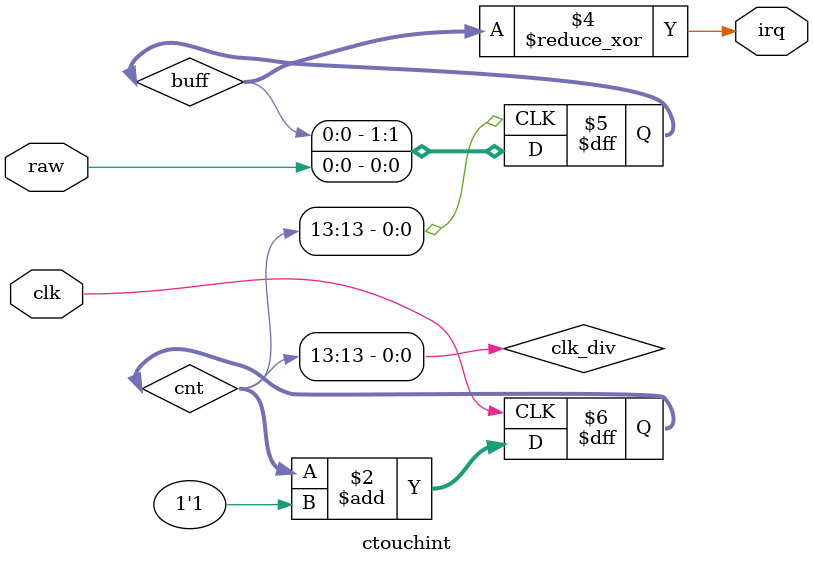
<source format=v>
/*
	usage:jitter elimination
 */

module ctouchint(
	input clk,
	input raw,
	output irq
);

	reg [13:0]cnt;
	always @(posedge clk)
		cnt <= cnt + 1'b1;

	wire clk_div;
	assign clk_div = cnt[13];

	reg [1:0]buff;
	always@(posedge clk_div)
		buff <= {buff[0], raw};

	assign irq = ^buff;

endmodule

</source>
